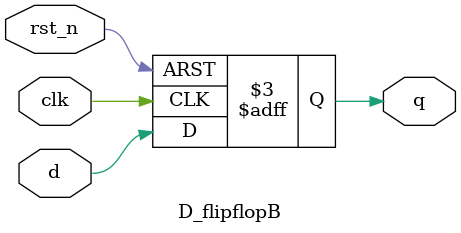
<source format=v>
module D_flipflopB (
  input clk, 
  input rst_n,
  input d,
  output reg q
);
  
  always @(posedge clk or negedge rst_n) begin
    if (!rst_n) 
      q <= 0;   
    else       
      q <= d;
  end
  
endmodule

</source>
